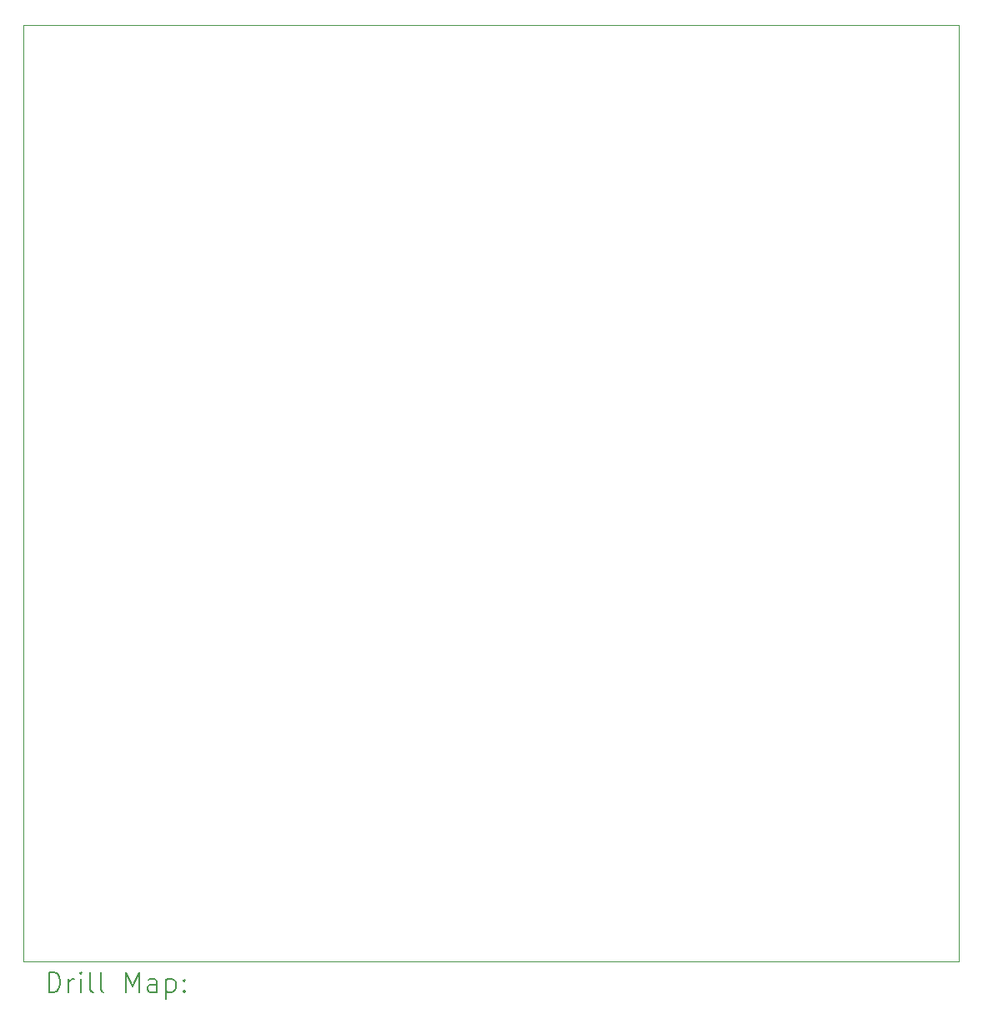
<source format=gbr>
%TF.GenerationSoftware,KiCad,Pcbnew,8.0.8-8.0.8-0~ubuntu24.04.1*%
%TF.CreationDate,2025-02-16T17:21:07-06:00*%
%TF.ProjectId,SingleBoardComputer,53696e67-6c65-4426-9f61-7264436f6d70,2.0*%
%TF.SameCoordinates,Original*%
%TF.FileFunction,Drillmap*%
%TF.FilePolarity,Positive*%
%FSLAX45Y45*%
G04 Gerber Fmt 4.5, Leading zero omitted, Abs format (unit mm)*
G04 Created by KiCad (PCBNEW 8.0.8-8.0.8-0~ubuntu24.04.1) date 2025-02-16 17:21:07*
%MOMM*%
%LPD*%
G01*
G04 APERTURE LIST*
%ADD10C,0.050000*%
%ADD11C,0.200000*%
G04 APERTURE END LIST*
D10*
X10286020Y-4334020D02*
X19786020Y-4334020D01*
X19786020Y-13834020D01*
X10286020Y-13834020D01*
X10286020Y-4334020D01*
D11*
X10544297Y-14148004D02*
X10544297Y-13948004D01*
X10544297Y-13948004D02*
X10591916Y-13948004D01*
X10591916Y-13948004D02*
X10620487Y-13957528D01*
X10620487Y-13957528D02*
X10639535Y-13976575D01*
X10639535Y-13976575D02*
X10649059Y-13995623D01*
X10649059Y-13995623D02*
X10658583Y-14033718D01*
X10658583Y-14033718D02*
X10658583Y-14062289D01*
X10658583Y-14062289D02*
X10649059Y-14100385D01*
X10649059Y-14100385D02*
X10639535Y-14119432D01*
X10639535Y-14119432D02*
X10620487Y-14138480D01*
X10620487Y-14138480D02*
X10591916Y-14148004D01*
X10591916Y-14148004D02*
X10544297Y-14148004D01*
X10744297Y-14148004D02*
X10744297Y-14014670D01*
X10744297Y-14052766D02*
X10753821Y-14033718D01*
X10753821Y-14033718D02*
X10763344Y-14024194D01*
X10763344Y-14024194D02*
X10782392Y-14014670D01*
X10782392Y-14014670D02*
X10801440Y-14014670D01*
X10868106Y-14148004D02*
X10868106Y-14014670D01*
X10868106Y-13948004D02*
X10858583Y-13957528D01*
X10858583Y-13957528D02*
X10868106Y-13967051D01*
X10868106Y-13967051D02*
X10877630Y-13957528D01*
X10877630Y-13957528D02*
X10868106Y-13948004D01*
X10868106Y-13948004D02*
X10868106Y-13967051D01*
X10991916Y-14148004D02*
X10972868Y-14138480D01*
X10972868Y-14138480D02*
X10963344Y-14119432D01*
X10963344Y-14119432D02*
X10963344Y-13948004D01*
X11096678Y-14148004D02*
X11077630Y-14138480D01*
X11077630Y-14138480D02*
X11068106Y-14119432D01*
X11068106Y-14119432D02*
X11068106Y-13948004D01*
X11325249Y-14148004D02*
X11325249Y-13948004D01*
X11325249Y-13948004D02*
X11391916Y-14090861D01*
X11391916Y-14090861D02*
X11458582Y-13948004D01*
X11458582Y-13948004D02*
X11458582Y-14148004D01*
X11639535Y-14148004D02*
X11639535Y-14043242D01*
X11639535Y-14043242D02*
X11630011Y-14024194D01*
X11630011Y-14024194D02*
X11610963Y-14014670D01*
X11610963Y-14014670D02*
X11572868Y-14014670D01*
X11572868Y-14014670D02*
X11553821Y-14024194D01*
X11639535Y-14138480D02*
X11620487Y-14148004D01*
X11620487Y-14148004D02*
X11572868Y-14148004D01*
X11572868Y-14148004D02*
X11553821Y-14138480D01*
X11553821Y-14138480D02*
X11544297Y-14119432D01*
X11544297Y-14119432D02*
X11544297Y-14100385D01*
X11544297Y-14100385D02*
X11553821Y-14081337D01*
X11553821Y-14081337D02*
X11572868Y-14071813D01*
X11572868Y-14071813D02*
X11620487Y-14071813D01*
X11620487Y-14071813D02*
X11639535Y-14062289D01*
X11734773Y-14014670D02*
X11734773Y-14214670D01*
X11734773Y-14024194D02*
X11753821Y-14014670D01*
X11753821Y-14014670D02*
X11791916Y-14014670D01*
X11791916Y-14014670D02*
X11810963Y-14024194D01*
X11810963Y-14024194D02*
X11820487Y-14033718D01*
X11820487Y-14033718D02*
X11830011Y-14052766D01*
X11830011Y-14052766D02*
X11830011Y-14109908D01*
X11830011Y-14109908D02*
X11820487Y-14128956D01*
X11820487Y-14128956D02*
X11810963Y-14138480D01*
X11810963Y-14138480D02*
X11791916Y-14148004D01*
X11791916Y-14148004D02*
X11753821Y-14148004D01*
X11753821Y-14148004D02*
X11734773Y-14138480D01*
X11915725Y-14128956D02*
X11925249Y-14138480D01*
X11925249Y-14138480D02*
X11915725Y-14148004D01*
X11915725Y-14148004D02*
X11906202Y-14138480D01*
X11906202Y-14138480D02*
X11915725Y-14128956D01*
X11915725Y-14128956D02*
X11915725Y-14148004D01*
X11915725Y-14024194D02*
X11925249Y-14033718D01*
X11925249Y-14033718D02*
X11915725Y-14043242D01*
X11915725Y-14043242D02*
X11906202Y-14033718D01*
X11906202Y-14033718D02*
X11915725Y-14024194D01*
X11915725Y-14024194D02*
X11915725Y-14043242D01*
M02*

</source>
